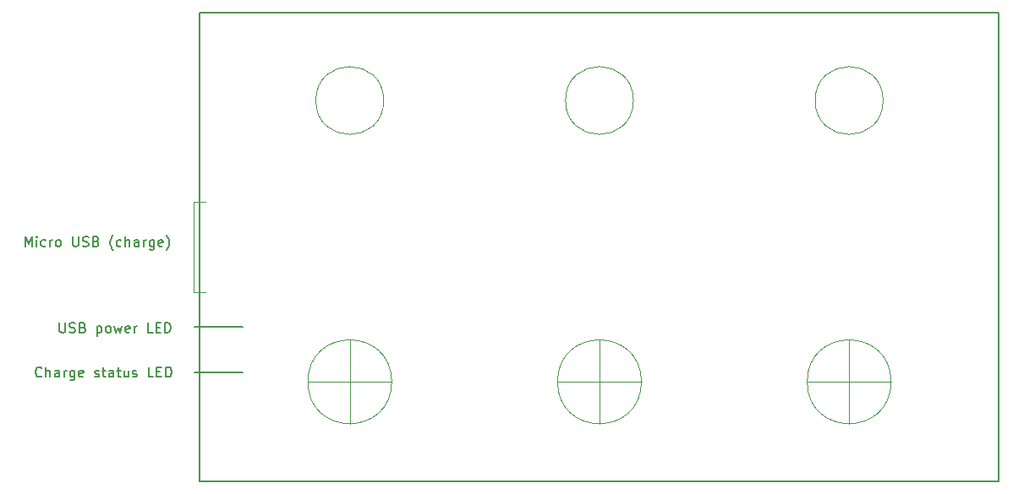
<source format=gbr>
G04 #@! TF.GenerationSoftware,KiCad,Pcbnew,(5.1.9-0-10_14)*
G04 #@! TF.CreationDate,2021-04-21T20:11:12+02:00*
G04 #@! TF.ProjectId,ledTruck,6c656454-7275-4636-9b2e-6b696361645f,1.1*
G04 #@! TF.SameCoordinates,Original*
G04 #@! TF.FileFunction,OtherDrawing,Comment*
%FSLAX46Y46*%
G04 Gerber Fmt 4.6, Leading zero omitted, Abs format (unit mm)*
G04 Created by KiCad (PCBNEW (5.1.9-0-10_14)) date 2021-04-21 20:11:12*
%MOMM*%
%LPD*%
G01*
G04 APERTURE LIST*
%ADD10C,0.150000*%
%ADD11C,0.120000*%
%ADD12C,0.100000*%
G04 APERTURE END LIST*
D10*
X80Y80D02*
X79999920Y80D01*
X80Y-46997540D02*
X80Y80D01*
X79999920Y-46997540D02*
X80Y-46997540D01*
X79999920Y-2460D02*
X79999920Y-46997540D01*
X-15847476Y-36430142D02*
X-15895095Y-36477761D01*
X-16037952Y-36525380D01*
X-16133190Y-36525380D01*
X-16276047Y-36477761D01*
X-16371285Y-36382523D01*
X-16418904Y-36287285D01*
X-16466523Y-36096809D01*
X-16466523Y-35953952D01*
X-16418904Y-35763476D01*
X-16371285Y-35668238D01*
X-16276047Y-35573000D01*
X-16133190Y-35525380D01*
X-16037952Y-35525380D01*
X-15895095Y-35573000D01*
X-15847476Y-35620619D01*
X-15418904Y-36525380D02*
X-15418904Y-35525380D01*
X-14990333Y-36525380D02*
X-14990333Y-36001571D01*
X-15037952Y-35906333D01*
X-15133190Y-35858714D01*
X-15276047Y-35858714D01*
X-15371285Y-35906333D01*
X-15418904Y-35953952D01*
X-14085571Y-36525380D02*
X-14085571Y-36001571D01*
X-14133190Y-35906333D01*
X-14228428Y-35858714D01*
X-14418904Y-35858714D01*
X-14514142Y-35906333D01*
X-14085571Y-36477761D02*
X-14180809Y-36525380D01*
X-14418904Y-36525380D01*
X-14514142Y-36477761D01*
X-14561761Y-36382523D01*
X-14561761Y-36287285D01*
X-14514142Y-36192047D01*
X-14418904Y-36144428D01*
X-14180809Y-36144428D01*
X-14085571Y-36096809D01*
X-13609380Y-36525380D02*
X-13609380Y-35858714D01*
X-13609380Y-36049190D02*
X-13561761Y-35953952D01*
X-13514142Y-35906333D01*
X-13418904Y-35858714D01*
X-13323666Y-35858714D01*
X-12561761Y-35858714D02*
X-12561761Y-36668238D01*
X-12609380Y-36763476D01*
X-12657000Y-36811095D01*
X-12752238Y-36858714D01*
X-12895095Y-36858714D01*
X-12990333Y-36811095D01*
X-12561761Y-36477761D02*
X-12657000Y-36525380D01*
X-12847476Y-36525380D01*
X-12942714Y-36477761D01*
X-12990333Y-36430142D01*
X-13037952Y-36334904D01*
X-13037952Y-36049190D01*
X-12990333Y-35953952D01*
X-12942714Y-35906333D01*
X-12847476Y-35858714D01*
X-12657000Y-35858714D01*
X-12561761Y-35906333D01*
X-11704619Y-36477761D02*
X-11799857Y-36525380D01*
X-11990333Y-36525380D01*
X-12085571Y-36477761D01*
X-12133190Y-36382523D01*
X-12133190Y-36001571D01*
X-12085571Y-35906333D01*
X-11990333Y-35858714D01*
X-11799857Y-35858714D01*
X-11704619Y-35906333D01*
X-11657000Y-36001571D01*
X-11657000Y-36096809D01*
X-12133190Y-36192047D01*
X-10514142Y-36477761D02*
X-10418904Y-36525380D01*
X-10228428Y-36525380D01*
X-10133190Y-36477761D01*
X-10085571Y-36382523D01*
X-10085571Y-36334904D01*
X-10133190Y-36239666D01*
X-10228428Y-36192047D01*
X-10371285Y-36192047D01*
X-10466523Y-36144428D01*
X-10514142Y-36049190D01*
X-10514142Y-36001571D01*
X-10466523Y-35906333D01*
X-10371285Y-35858714D01*
X-10228428Y-35858714D01*
X-10133190Y-35906333D01*
X-9799857Y-35858714D02*
X-9418904Y-35858714D01*
X-9657000Y-35525380D02*
X-9657000Y-36382523D01*
X-9609380Y-36477761D01*
X-9514142Y-36525380D01*
X-9418904Y-36525380D01*
X-8657000Y-36525380D02*
X-8657000Y-36001571D01*
X-8704619Y-35906333D01*
X-8799857Y-35858714D01*
X-8990333Y-35858714D01*
X-9085571Y-35906333D01*
X-8657000Y-36477761D02*
X-8752238Y-36525380D01*
X-8990333Y-36525380D01*
X-9085571Y-36477761D01*
X-9133190Y-36382523D01*
X-9133190Y-36287285D01*
X-9085571Y-36192047D01*
X-8990333Y-36144428D01*
X-8752238Y-36144428D01*
X-8657000Y-36096809D01*
X-8323666Y-35858714D02*
X-7942714Y-35858714D01*
X-8180809Y-35525380D02*
X-8180809Y-36382523D01*
X-8133190Y-36477761D01*
X-8037952Y-36525380D01*
X-7942714Y-36525380D01*
X-7180809Y-35858714D02*
X-7180809Y-36525380D01*
X-7609380Y-35858714D02*
X-7609380Y-36382523D01*
X-7561761Y-36477761D01*
X-7466523Y-36525380D01*
X-7323666Y-36525380D01*
X-7228428Y-36477761D01*
X-7180809Y-36430142D01*
X-6752238Y-36477761D02*
X-6657000Y-36525380D01*
X-6466523Y-36525380D01*
X-6371285Y-36477761D01*
X-6323666Y-36382523D01*
X-6323666Y-36334904D01*
X-6371285Y-36239666D01*
X-6466523Y-36192047D01*
X-6609380Y-36192047D01*
X-6704619Y-36144428D01*
X-6752238Y-36049190D01*
X-6752238Y-36001571D01*
X-6704619Y-35906333D01*
X-6609380Y-35858714D01*
X-6466523Y-35858714D01*
X-6371285Y-35906333D01*
X-4657000Y-36525380D02*
X-5133190Y-36525380D01*
X-5133190Y-35525380D01*
X-4323666Y-36001571D02*
X-3990333Y-36001571D01*
X-3847476Y-36525380D02*
X-4323666Y-36525380D01*
X-4323666Y-35525380D01*
X-3847476Y-35525380D01*
X-3418904Y-36525380D02*
X-3418904Y-35525380D01*
X-3180809Y-35525380D01*
X-3037952Y-35573000D01*
X-2942714Y-35668238D01*
X-2895095Y-35763476D01*
X-2847476Y-35953952D01*
X-2847476Y-36096809D01*
X-2895095Y-36287285D01*
X-2942714Y-36382523D01*
X-3037952Y-36477761D01*
X-3180809Y-36525380D01*
X-3418904Y-36525380D01*
X-14061619Y-31080380D02*
X-14061619Y-31889904D01*
X-14014000Y-31985142D01*
X-13966380Y-32032761D01*
X-13871142Y-32080380D01*
X-13680666Y-32080380D01*
X-13585428Y-32032761D01*
X-13537809Y-31985142D01*
X-13490190Y-31889904D01*
X-13490190Y-31080380D01*
X-13061619Y-32032761D02*
X-12918761Y-32080380D01*
X-12680666Y-32080380D01*
X-12585428Y-32032761D01*
X-12537809Y-31985142D01*
X-12490190Y-31889904D01*
X-12490190Y-31794666D01*
X-12537809Y-31699428D01*
X-12585428Y-31651809D01*
X-12680666Y-31604190D01*
X-12871142Y-31556571D01*
X-12966380Y-31508952D01*
X-13014000Y-31461333D01*
X-13061619Y-31366095D01*
X-13061619Y-31270857D01*
X-13014000Y-31175619D01*
X-12966380Y-31128000D01*
X-12871142Y-31080380D01*
X-12633047Y-31080380D01*
X-12490190Y-31128000D01*
X-11728285Y-31556571D02*
X-11585428Y-31604190D01*
X-11537809Y-31651809D01*
X-11490190Y-31747047D01*
X-11490190Y-31889904D01*
X-11537809Y-31985142D01*
X-11585428Y-32032761D01*
X-11680666Y-32080380D01*
X-12061619Y-32080380D01*
X-12061619Y-31080380D01*
X-11728285Y-31080380D01*
X-11633047Y-31128000D01*
X-11585428Y-31175619D01*
X-11537809Y-31270857D01*
X-11537809Y-31366095D01*
X-11585428Y-31461333D01*
X-11633047Y-31508952D01*
X-11728285Y-31556571D01*
X-12061619Y-31556571D01*
X-10299714Y-31413714D02*
X-10299714Y-32413714D01*
X-10299714Y-31461333D02*
X-10204476Y-31413714D01*
X-10014000Y-31413714D01*
X-9918761Y-31461333D01*
X-9871142Y-31508952D01*
X-9823523Y-31604190D01*
X-9823523Y-31889904D01*
X-9871142Y-31985142D01*
X-9918761Y-32032761D01*
X-10014000Y-32080380D01*
X-10204476Y-32080380D01*
X-10299714Y-32032761D01*
X-9252095Y-32080380D02*
X-9347333Y-32032761D01*
X-9394952Y-31985142D01*
X-9442571Y-31889904D01*
X-9442571Y-31604190D01*
X-9394952Y-31508952D01*
X-9347333Y-31461333D01*
X-9252095Y-31413714D01*
X-9109238Y-31413714D01*
X-9014000Y-31461333D01*
X-8966380Y-31508952D01*
X-8918761Y-31604190D01*
X-8918761Y-31889904D01*
X-8966380Y-31985142D01*
X-9014000Y-32032761D01*
X-9109238Y-32080380D01*
X-9252095Y-32080380D01*
X-8585428Y-31413714D02*
X-8394952Y-32080380D01*
X-8204476Y-31604190D01*
X-8014000Y-32080380D01*
X-7823523Y-31413714D01*
X-7061619Y-32032761D02*
X-7156857Y-32080380D01*
X-7347333Y-32080380D01*
X-7442571Y-32032761D01*
X-7490190Y-31937523D01*
X-7490190Y-31556571D01*
X-7442571Y-31461333D01*
X-7347333Y-31413714D01*
X-7156857Y-31413714D01*
X-7061619Y-31461333D01*
X-7014000Y-31556571D01*
X-7014000Y-31651809D01*
X-7490190Y-31747047D01*
X-6585428Y-32080380D02*
X-6585428Y-31413714D01*
X-6585428Y-31604190D02*
X-6537809Y-31508952D01*
X-6490190Y-31461333D01*
X-6394952Y-31413714D01*
X-6299714Y-31413714D01*
X-4728285Y-32080380D02*
X-5204476Y-32080380D01*
X-5204476Y-31080380D01*
X-4394952Y-31556571D02*
X-4061619Y-31556571D01*
X-3918761Y-32080380D02*
X-4394952Y-32080380D01*
X-4394952Y-31080380D01*
X-3918761Y-31080380D01*
X-3490190Y-32080380D02*
X-3490190Y-31080380D01*
X-3252095Y-31080380D01*
X-3109238Y-31128000D01*
X-3014000Y-31223238D01*
X-2966380Y-31318476D01*
X-2918761Y-31508952D01*
X-2918761Y-31651809D01*
X-2966380Y-31842285D01*
X-3014000Y-31937523D01*
X-3109238Y-32032761D01*
X-3252095Y-32080380D01*
X-3490190Y-32080380D01*
X-17506285Y-23444380D02*
X-17506285Y-22444380D01*
X-17172952Y-23158666D01*
X-16839619Y-22444380D01*
X-16839619Y-23444380D01*
X-16363428Y-23444380D02*
X-16363428Y-22777714D01*
X-16363428Y-22444380D02*
X-16411047Y-22492000D01*
X-16363428Y-22539619D01*
X-16315809Y-22492000D01*
X-16363428Y-22444380D01*
X-16363428Y-22539619D01*
X-15458666Y-23396761D02*
X-15553904Y-23444380D01*
X-15744380Y-23444380D01*
X-15839619Y-23396761D01*
X-15887238Y-23349142D01*
X-15934857Y-23253904D01*
X-15934857Y-22968190D01*
X-15887238Y-22872952D01*
X-15839619Y-22825333D01*
X-15744380Y-22777714D01*
X-15553904Y-22777714D01*
X-15458666Y-22825333D01*
X-15030095Y-23444380D02*
X-15030095Y-22777714D01*
X-15030095Y-22968190D02*
X-14982476Y-22872952D01*
X-14934857Y-22825333D01*
X-14839619Y-22777714D01*
X-14744380Y-22777714D01*
X-14268190Y-23444380D02*
X-14363428Y-23396761D01*
X-14411047Y-23349142D01*
X-14458666Y-23253904D01*
X-14458666Y-22968190D01*
X-14411047Y-22872952D01*
X-14363428Y-22825333D01*
X-14268190Y-22777714D01*
X-14125333Y-22777714D01*
X-14030095Y-22825333D01*
X-13982476Y-22872952D01*
X-13934857Y-22968190D01*
X-13934857Y-23253904D01*
X-13982476Y-23349142D01*
X-14030095Y-23396761D01*
X-14125333Y-23444380D01*
X-14268190Y-23444380D01*
X-12744380Y-22444380D02*
X-12744380Y-23253904D01*
X-12696761Y-23349142D01*
X-12649142Y-23396761D01*
X-12553904Y-23444380D01*
X-12363428Y-23444380D01*
X-12268190Y-23396761D01*
X-12220571Y-23349142D01*
X-12172952Y-23253904D01*
X-12172952Y-22444380D01*
X-11744380Y-23396761D02*
X-11601523Y-23444380D01*
X-11363428Y-23444380D01*
X-11268190Y-23396761D01*
X-11220571Y-23349142D01*
X-11172952Y-23253904D01*
X-11172952Y-23158666D01*
X-11220571Y-23063428D01*
X-11268190Y-23015809D01*
X-11363428Y-22968190D01*
X-11553904Y-22920571D01*
X-11649142Y-22872952D01*
X-11696761Y-22825333D01*
X-11744380Y-22730095D01*
X-11744380Y-22634857D01*
X-11696761Y-22539619D01*
X-11649142Y-22492000D01*
X-11553904Y-22444380D01*
X-11315809Y-22444380D01*
X-11172952Y-22492000D01*
X-10411047Y-22920571D02*
X-10268190Y-22968190D01*
X-10220571Y-23015809D01*
X-10172952Y-23111047D01*
X-10172952Y-23253904D01*
X-10220571Y-23349142D01*
X-10268190Y-23396761D01*
X-10363428Y-23444380D01*
X-10744380Y-23444380D01*
X-10744380Y-22444380D01*
X-10411047Y-22444380D01*
X-10315809Y-22492000D01*
X-10268190Y-22539619D01*
X-10220571Y-22634857D01*
X-10220571Y-22730095D01*
X-10268190Y-22825333D01*
X-10315809Y-22872952D01*
X-10411047Y-22920571D01*
X-10744380Y-22920571D01*
X-8696761Y-23825333D02*
X-8744380Y-23777714D01*
X-8839619Y-23634857D01*
X-8887238Y-23539619D01*
X-8934857Y-23396761D01*
X-8982476Y-23158666D01*
X-8982476Y-22968190D01*
X-8934857Y-22730095D01*
X-8887238Y-22587238D01*
X-8839619Y-22492000D01*
X-8744380Y-22349142D01*
X-8696761Y-22301523D01*
X-7887238Y-23396761D02*
X-7982476Y-23444380D01*
X-8172952Y-23444380D01*
X-8268190Y-23396761D01*
X-8315809Y-23349142D01*
X-8363428Y-23253904D01*
X-8363428Y-22968190D01*
X-8315809Y-22872952D01*
X-8268190Y-22825333D01*
X-8172952Y-22777714D01*
X-7982476Y-22777714D01*
X-7887238Y-22825333D01*
X-7458666Y-23444380D02*
X-7458666Y-22444380D01*
X-7030095Y-23444380D02*
X-7030095Y-22920571D01*
X-7077714Y-22825333D01*
X-7172952Y-22777714D01*
X-7315809Y-22777714D01*
X-7411047Y-22825333D01*
X-7458666Y-22872952D01*
X-6125333Y-23444380D02*
X-6125333Y-22920571D01*
X-6172952Y-22825333D01*
X-6268190Y-22777714D01*
X-6458666Y-22777714D01*
X-6553904Y-22825333D01*
X-6125333Y-23396761D02*
X-6220571Y-23444380D01*
X-6458666Y-23444380D01*
X-6553904Y-23396761D01*
X-6601523Y-23301523D01*
X-6601523Y-23206285D01*
X-6553904Y-23111047D01*
X-6458666Y-23063428D01*
X-6220571Y-23063428D01*
X-6125333Y-23015809D01*
X-5649142Y-23444380D02*
X-5649142Y-22777714D01*
X-5649142Y-22968190D02*
X-5601523Y-22872952D01*
X-5553904Y-22825333D01*
X-5458666Y-22777714D01*
X-5363428Y-22777714D01*
X-4601523Y-22777714D02*
X-4601523Y-23587238D01*
X-4649142Y-23682476D01*
X-4696761Y-23730095D01*
X-4792000Y-23777714D01*
X-4934857Y-23777714D01*
X-5030095Y-23730095D01*
X-4601523Y-23396761D02*
X-4696761Y-23444380D01*
X-4887238Y-23444380D01*
X-4982476Y-23396761D01*
X-5030095Y-23349142D01*
X-5077714Y-23253904D01*
X-5077714Y-22968190D01*
X-5030095Y-22872952D01*
X-4982476Y-22825333D01*
X-4887238Y-22777714D01*
X-4696761Y-22777714D01*
X-4601523Y-22825333D01*
X-3744380Y-23396761D02*
X-3839619Y-23444380D01*
X-4030095Y-23444380D01*
X-4125333Y-23396761D01*
X-4172952Y-23301523D01*
X-4172952Y-22920571D01*
X-4125333Y-22825333D01*
X-4030095Y-22777714D01*
X-3839619Y-22777714D01*
X-3744380Y-22825333D01*
X-3696761Y-22920571D01*
X-3696761Y-23015809D01*
X-4172952Y-23111047D01*
X-3363428Y-23825333D02*
X-3315809Y-23777714D01*
X-3220571Y-23634857D01*
X-3172952Y-23539619D01*
X-3125333Y-23396761D01*
X-3077714Y-23158666D01*
X-3077714Y-22968190D01*
X-3125333Y-22730095D01*
X-3172952Y-22587238D01*
X-3220571Y-22492000D01*
X-3315809Y-22349142D01*
X-3363428Y-22301523D01*
X-513000Y-36073000D02*
X4313000Y-36073000D01*
X-513000Y-31501000D02*
X4313000Y-31501000D01*
D11*
X60800000Y-37000000D02*
X69200000Y-37000000D01*
X65000000Y-32800000D02*
X65000000Y-41200000D01*
X69200000Y-37000000D02*
G75*
G03*
X69200000Y-37000000I-4200000J0D01*
G01*
X35800000Y-37000000D02*
X44200000Y-37000000D01*
X40000000Y-32800000D02*
X40000000Y-41200000D01*
X44200000Y-37000000D02*
G75*
G03*
X44200000Y-37000000I-4200000J0D01*
G01*
X10800000Y-37000000D02*
X19200000Y-37000000D01*
X15000000Y-32800000D02*
X15000000Y-41200000D01*
X19200000Y-37000000D02*
G75*
G03*
X19200000Y-37000000I-4200000J0D01*
G01*
X-612700Y-27992380D02*
X587300Y-27992380D01*
X-612700Y-18992380D02*
X-612700Y-27992380D01*
X587300Y-18992380D02*
X-612700Y-18992380D01*
D12*
X18400000Y-8800000D02*
G75*
G03*
X18400000Y-8800000I-3400000J0D01*
G01*
X43400000Y-8800000D02*
G75*
G03*
X43400000Y-8800000I-3400000J0D01*
G01*
X68400000Y-8800000D02*
G75*
G03*
X68400000Y-8800000I-3400000J0D01*
G01*
M02*

</source>
